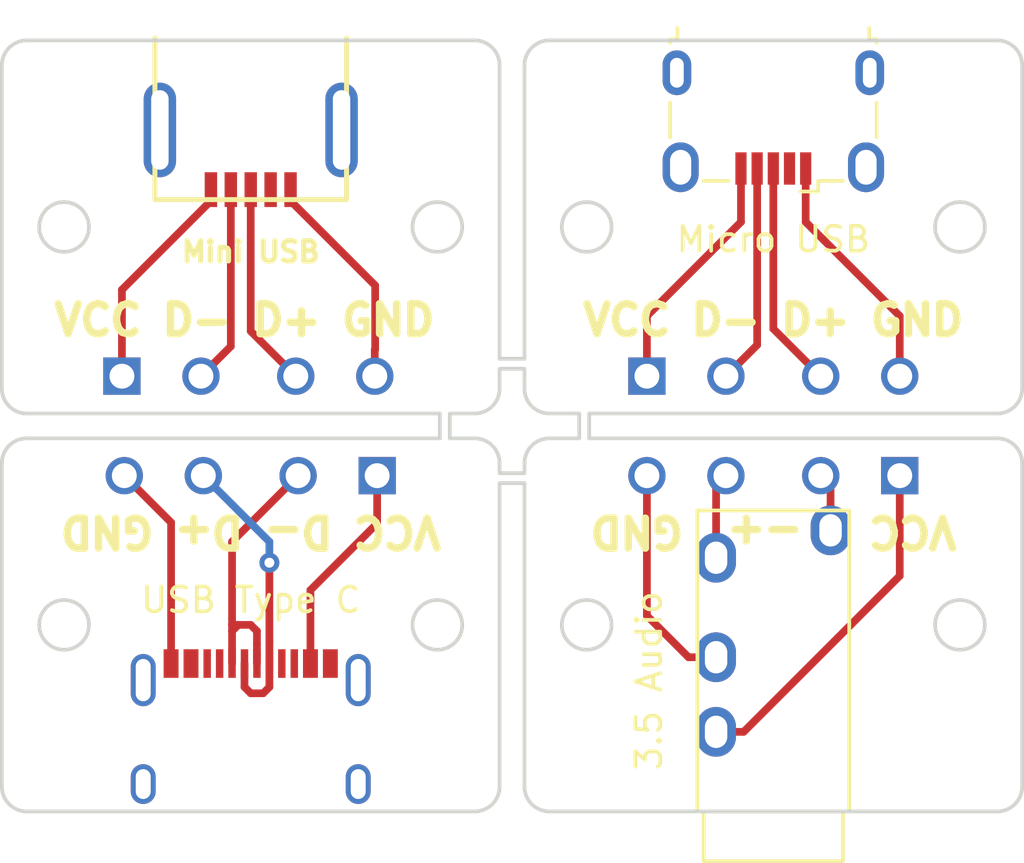
<source format=kicad_pcb>
(kicad_pcb (version 20171130) (host pcbnew "(5.0.2)-1")

  (general
    (thickness 1.6)
    (drawings 60)
    (tracks 59)
    (zones 0)
    (modules 8)
    (nets 1)
  )

  (page A4)
  (layers
    (0 F.Cu signal)
    (31 B.Cu signal)
    (32 B.Adhes user)
    (33 F.Adhes user)
    (34 B.Paste user)
    (35 F.Paste user)
    (36 B.SilkS user)
    (37 F.SilkS user)
    (38 B.Mask user)
    (39 F.Mask user)
    (40 Dwgs.User user)
    (41 Cmts.User user)
    (42 Eco1.User user)
    (43 Eco2.User user)
    (44 Edge.Cuts user)
    (45 Margin user)
    (46 B.CrtYd user)
    (47 F.CrtYd user)
    (48 B.Fab user)
    (49 F.Fab user)
  )

  (setup
    (last_trace_width 0.31)
    (trace_clearance 0.3)
    (zone_clearance 0.508)
    (zone_45_only no)
    (trace_min 0.2)
    (segment_width 0.2)
    (edge_width 0.15)
    (via_size 0.8)
    (via_drill 0.4)
    (via_min_size 0.4)
    (via_min_drill 0.3)
    (uvia_size 0.3)
    (uvia_drill 0.1)
    (uvias_allowed no)
    (uvia_min_size 0.2)
    (uvia_min_drill 0.1)
    (pcb_text_width 0.3)
    (pcb_text_size 1.5 1.5)
    (mod_edge_width 0.15)
    (mod_text_size 1 1)
    (mod_text_width 0.15)
    (pad_size 1.5 1.5)
    (pad_drill 1)
    (pad_to_mask_clearance 0.051)
    (solder_mask_min_width 0.25)
    (aux_axis_origin 0 0)
    (visible_elements 7FFFFFFF)
    (pcbplotparams
      (layerselection 0x010fc_ffffffff)
      (usegerberextensions false)
      (usegerberattributes false)
      (usegerberadvancedattributes false)
      (creategerberjobfile false)
      (excludeedgelayer true)
      (linewidth 0.100000)
      (plotframeref false)
      (viasonmask false)
      (mode 1)
      (useauxorigin false)
      (hpglpennumber 1)
      (hpglpenspeed 20)
      (hpglpendiameter 15.000000)
      (psnegative false)
      (psa4output false)
      (plotreference true)
      (plotvalue true)
      (plotinvisibletext false)
      (padsonsilk false)
      (subtractmaskfromsilk false)
      (outputformat 1)
      (mirror false)
      (drillshape 0)
      (scaleselection 1)
      (outputdirectory "Gerber/"))
  )

  (net 0 "")

  (net_class Default "This is the default net class."
    (clearance 0.3)
    (trace_width 0.31)
    (via_dia 0.8)
    (via_drill 0.4)
    (uvia_dia 0.3)
    (uvia_drill 0.1)
  )

  (module Wire_Pads:SolderWirePad_4xInline_0-8mmDrill (layer F.Cu) (tedit 5C7D2FEE) (tstamp 5C7D60E9)
    (at 24.905 28.5)
    (fp_text reference "" (at 0 -3.175) (layer F.SilkS) hide
      (effects (font (size 1 1) (thickness 0.15)))
    )
    (fp_text value "" (at -0.635 3.175) (layer F.Fab) hide
      (effects (font (size 1 1) (thickness 0.15)))
    )
    (pad 1 thru_hole circle (at 5.08 0) (size 1.5 1.5) (drill 1) (layers *.Cu *.Mask))
    (pad 1 thru_hole circle (at 1.905 0) (size 1.5 1.5) (drill 1) (layers *.Cu *.Mask))
    (pad 1 thru_hole circle (at -1.905 0) (size 1.5 1.5) (drill 1) (layers *.Cu *.Mask))
    (pad 1 thru_hole rect (at -5.08 0) (size 1.5 1.5) (drill 1) (layers *.Cu *.Mask))
  )

  (module Wire_Pads:SolderWirePad_4xInline_0-8mmDrill (layer F.Cu) (tedit 5C7D3033) (tstamp 5C7D673A)
    (at 46 28.5)
    (fp_text reference "" (at 0 -3.175) (layer F.SilkS) hide
      (effects (font (size 1 1) (thickness 0.15)))
    )
    (fp_text value "" (at -0.635 3.175) (layer F.Fab) hide
      (effects (font (size 1 1) (thickness 0.15)))
    )
    (pad 1 thru_hole circle (at 5.08 0) (size 1.5 1.5) (drill 1) (layers *.Cu *.Mask))
    (pad 1 thru_hole circle (at 1.905 0) (size 1.5 1.5) (drill 1) (layers *.Cu *.Mask))
    (pad 1 thru_hole circle (at -1.905 0) (size 1.5 1.5) (drill 1) (layers *.Cu *.Mask))
    (pad 1 thru_hole rect (at -5.08 0) (size 1.5 1.5) (drill 1) (layers *.Cu *.Mask))
  )

  (module Wire_Pads:SolderWirePad_4xInline_0-8mmDrill (layer F.Cu) (tedit 5C7D3002) (tstamp 5C7D60C6)
    (at 25 32.5 180)
    (fp_text reference "" (at 0 -3.175 180) (layer F.SilkS) hide
      (effects (font (size 1 1) (thickness 0.15)))
    )
    (fp_text value "" (at -0.635 3.175 180) (layer F.Fab) hide
      (effects (font (size 1 1) (thickness 0.15)))
    )
    (pad 1 thru_hole circle (at 5.08 0 180) (size 1.5 1.5) (drill 1) (layers *.Cu *.Mask))
    (pad 1 thru_hole circle (at 1.905 0 180) (size 1.5 1.5) (drill 1) (layers *.Cu *.Mask))
    (pad 1 thru_hole circle (at -1.905 0 180) (size 1.5 1.5) (drill 1) (layers *.Cu *.Mask))
    (pad 1 thru_hole rect (at -5.08 0 180) (size 1.5 1.5) (drill 1) (layers *.Cu *.Mask))
  )

  (module Connectors_USB:USB_Micro-B_Wuerth-629105150521 (layer F.Cu) (tedit 5C7D2C0A) (tstamp 5C7D38DF)
    (at 46 18.25 180)
    (descr "USB Micro-B receptacle, http://www.mouser.com/ds/2/445/629105150521-469306.pdf")
    (tags "usb micro receptacle")
    (attr smd)
    (fp_text reference "Micro USB" (at 0 -4.75 180) (layer F.SilkS)
      (effects (font (size 1 1) (thickness 0.15)))
    )
    (fp_text value "" (at 0 5.6 180) (layer F.Fab) hide
      (effects (font (size 1 1) (thickness 0.15)))
    )
    (fp_line (start -4 -2.25) (end -4 3.15) (layer F.Fab) (width 0.15))
    (fp_line (start -4 3.15) (end -3.7 3.15) (layer F.Fab) (width 0.15))
    (fp_line (start -3.7 3.15) (end -3.7 4.35) (layer F.Fab) (width 0.15))
    (fp_line (start -3.7 4.35) (end 3.7 4.35) (layer F.Fab) (width 0.15))
    (fp_line (start 3.7 4.35) (end 3.7 3.15) (layer F.Fab) (width 0.15))
    (fp_line (start 3.7 3.15) (end 4 3.15) (layer F.Fab) (width 0.15))
    (fp_line (start 4 3.15) (end 4 -2.25) (layer F.Fab) (width 0.15))
    (fp_line (start 4 -2.25) (end -4 -2.25) (layer F.Fab) (width 0.15))
    (fp_line (start -2.7 3.75) (end 2.7 3.75) (layer F.Fab) (width 0.15))
    (fp_line (start -1.075 -2.725) (end -1.3 -2.55) (layer F.Fab) (width 0.15))
    (fp_line (start -1.3 -2.55) (end -1.525 -2.725) (layer F.Fab) (width 0.15))
    (fp_line (start -1.525 -2.725) (end -1.525 -2.95) (layer F.Fab) (width 0.15))
    (fp_line (start -1.525 -2.95) (end -1.075 -2.95) (layer F.Fab) (width 0.15))
    (fp_line (start -1.075 -2.95) (end -1.075 -2.725) (layer F.Fab) (width 0.15))
    (fp_line (start -4.15 -0.65) (end -4.15 0.75) (layer F.SilkS) (width 0.15))
    (fp_line (start -4.15 3.15) (end -4.15 3.3) (layer F.SilkS) (width 0.15))
    (fp_line (start -4.15 3.3) (end -3.85 3.3) (layer F.SilkS) (width 0.15))
    (fp_line (start -3.85 3.3) (end -3.85 3.75) (layer F.SilkS) (width 0.15))
    (fp_line (start 3.85 3.75) (end 3.85 3.3) (layer F.SilkS) (width 0.15))
    (fp_line (start 3.85 3.3) (end 4.15 3.3) (layer F.SilkS) (width 0.15))
    (fp_line (start 4.15 3.3) (end 4.15 3.15) (layer F.SilkS) (width 0.15))
    (fp_line (start 4.15 0.75) (end 4.15 -0.65) (layer F.SilkS) (width 0.15))
    (fp_line (start -1.075 -2.825) (end -1.8 -2.825) (layer F.SilkS) (width 0.15))
    (fp_line (start -1.8 -2.825) (end -1.8 -2.4) (layer F.SilkS) (width 0.15))
    (fp_line (start -1.8 -2.4) (end -2.8 -2.4) (layer F.SilkS) (width 0.15))
    (fp_line (start 1.8 -2.4) (end 2.8 -2.4) (layer F.SilkS) (width 0.15))
    (fp_line (start -4.94 -3.34) (end -4.94 4.85) (layer F.CrtYd) (width 0.05))
    (fp_line (start -4.94 4.85) (end 4.95 4.85) (layer F.CrtYd) (width 0.05))
    (fp_line (start 4.95 4.85) (end 4.95 -3.34) (layer F.CrtYd) (width 0.05))
    (fp_line (start 4.95 -3.34) (end -4.94 -3.34) (layer F.CrtYd) (width 0.05))
    (fp_text user "" (at 0 1.05 180) (layer F.Fab) hide
      (effects (font (size 1 1) (thickness 0.15)))
    )
    (fp_text user "" (at 0 3.75) (layer Dwgs.User) hide
      (effects (font (size 0.5 0.5) (thickness 0.08)))
    )
    (pad 1 smd rect (at -1.3 -1.9 180) (size 0.45 1.3) (layers F.Cu F.Paste F.Mask))
    (pad 2 smd rect (at -0.65 -1.9 180) (size 0.45 1.3) (layers F.Cu F.Paste F.Mask))
    (pad 3 smd rect (at 0 -1.9 180) (size 0.45 1.3) (layers F.Cu F.Paste F.Mask))
    (pad 4 smd rect (at 0.65 -1.9 180) (size 0.45 1.3) (layers F.Cu F.Paste F.Mask))
    (pad 5 smd rect (at 1.3 -1.9 180) (size 0.45 1.3) (layers F.Cu F.Paste F.Mask))
    (pad 6 thru_hole oval (at -3.725 -1.85 180) (size 1.45 2) (drill oval 0.85 1.4) (layers *.Cu *.Mask))
    (pad 6 thru_hole oval (at 3.725 -1.85 180) (size 1.45 2) (drill oval 0.85 1.4) (layers *.Cu *.Mask))
    (pad 6 thru_hole oval (at -3.875 1.95 180) (size 1.15 1.8) (drill oval 0.55 1.2) (layers *.Cu *.Mask))
    (pad 6 thru_hole oval (at 3.875 1.95 180) (size 1.15 1.8) (drill oval 0.55 1.2) (layers *.Cu *.Mask))
    (pad "" np_thru_hole oval (at -2.5 -0.8 180) (size 0.8 0.8) (drill 0.8) (layers *.Cu *.Mask))
    (pad "" np_thru_hole oval (at 2.5 -0.8 180) (size 0.8 0.8) (drill 0.8) (layers *.Cu *.Mask))
    (model ${KISYS3DMOD}/Connectors_USB.3dshapes/USB_Micro-B_Wuerth-629105150521.wrl
      (at (xyz 0 0 0))
      (scale (xyz 1 1 1))
      (rotate (xyz 0 0 0))
    )
  )

  (module keyboard_parts:USB_miniB_hirose_5S8 (layer F.Cu) (tedit 5C7D2BFE) (tstamp 5C7D360E)
    (at 25 21 180)
    (descr "USB miniB hirose UX60SC-MB-5S8")
    (tags "USB miniB hirose through hole UX60SC-MB-5S8")
    (fp_text reference "Mini USB" (at 0 -2.5 180) (layer F.SilkS)
      (effects (font (size 0.8128 0.8128) (thickness 0.2032)))
    )
    (fp_text value "" (at 0 7.95 180) (layer Dwgs.User) hide
      (effects (font (size 1.524 1.524) (thickness 0.3048)))
    )
    (fp_line (start -3.85 6.6) (end 3.85 6.6) (layer Dwgs.User) (width 0.2))
    (fp_text user "" (at -0.05 5.35 180) (layer Dwgs.User) hide
      (effects (font (size 0.5 0.5) (thickness 0.125)))
    )
    (fp_line (start 3.85 6.6) (end 3.85 5.7) (layer Dwgs.User) (width 0.2))
    (fp_line (start -3.85 6.6) (end -3.85 5.7) (layer Dwgs.User) (width 0.2))
    (fp_line (start -1 6.1) (end 1 6.1) (layer Dwgs.User) (width 0.2))
    (fp_line (start -3.85 -0.4) (end 3.85 -0.4) (layer F.SilkS) (width 0.2))
    (fp_line (start -3.85 -0.4) (end -3.85 6.1) (layer F.SilkS) (width 0.2))
    (fp_line (start 3.85 -0.4) (end 3.85 6.1) (layer F.SilkS) (width 0.2))
    (pad 6 thru_hole oval (at 3.65 2.4 180) (size 1.3 3.8) (drill oval 0.7 3.2) (layers *.Cu *.Mask F.Paste))
    (pad 6 thru_hole oval (at -3.65 2.4 180) (size 1.3 3.8) (drill oval 0.7 3.2) (layers *.Cu *.Mask F.Paste))
    (pad 5 smd rect (at 1.6 0 180) (size 0.5 1.4) (layers F.Cu F.Paste F.Mask))
    (pad 4 smd rect (at 0.8 0 180) (size 0.5 1.4) (layers F.Cu F.Paste F.Mask))
    (pad 3 smd rect (at 0 0 180) (size 0.5 1.4) (layers F.Cu F.Paste F.Mask))
    (pad 2 smd rect (at -0.8 0 180) (size 0.5 1.4) (layers F.Cu F.Paste F.Mask))
    (pad 1 smd rect (at -1.6 0 180) (size 0.5 1.4) (layers F.Cu F.Paste F.Mask))
  )

  (module conn_usb:USB_TypeC_U31F-24SNA0201 (layer F.Cu) (tedit 5C7D2C13) (tstamp 5C7D429B)
    (at 25 47.5)
    (descr http://www.dory-tech.com/UploadFiles/2017/0/2017080810353867631.pdf)
    (fp_text reference "" (at 0 -4) (layer F.SilkS) hide
      (effects (font (size 1 1) (thickness 0.15)))
    )
    (fp_text value "USB Type C" (at 0 -10) (layer F.SilkS)
      (effects (font (size 1 1) (thickness 0.15)))
    )
    (fp_line (start 4.47 -7.35) (end -4.47 -7.35) (layer F.Fab) (width 0.1))
    (fp_line (start -4.47 -7.35) (end -4.47 0) (layer F.Fab) (width 0.1))
    (fp_line (start -4.47 0) (end 4.47 0) (layer F.Fab) (width 0.1))
    (fp_line (start 4.47 0) (end 4.47 -7.35) (layer F.Fab) (width 0.1))
    (fp_line (start -4.9 -1.45) (end 4.9 -1.45) (layer F.CrtYd) (width 0.1))
    (pad A6 smd rect (at -0.25 -7.445) (size 0.3 1.15) (layers F.Cu F.Paste F.Mask))
    (pad B1 smd rect (at 3.2 -7.445) (size 0.6 1.15) (layers F.Cu F.Paste F.Mask))
    (pad B4 smd rect (at 2.4 -7.445) (size 0.6 1.15) (layers F.Cu F.Paste F.Mask))
    (pad A4 smd rect (at -2.4 -7.445) (size 0.6 1.15) (layers F.Cu F.Paste F.Mask))
    (pad S1 thru_hole oval (at -4.32 -6.78) (size 1 2.1) (drill oval 0.6 1.7) (layers *.Cu *.Mask))
    (pad "" np_thru_hole circle (at -2.89 -6.28) (size 0.65 0.65) (drill 0.65) (layers *.Cu *.Mask)
      (zone_connect 0))
    (pad S1 thru_hole oval (at 4.32 -6.78) (size 1 2.1) (drill oval 0.6 1.7) (layers *.Cu *.Mask))
    (pad S1 thru_hole oval (at -4.32 -2.6) (size 1 1.6) (drill oval 0.6 1.2) (layers *.Cu *.Mask))
    (pad S1 thru_hole oval (at 4.32 -2.6) (size 1 1.6) (drill oval 0.6 1.2) (layers *.Cu *.Mask))
    (pad A1 smd rect (at -3.2 -7.445) (size 0.6 1.15) (layers F.Cu F.Paste F.Mask))
    (pad "" np_thru_hole circle (at 2.89 -6.28) (size 0.65 0.65) (drill 0.65) (layers *.Cu *.Mask)
      (zone_connect 0))
    (pad A7 smd rect (at 0.25 -7.445) (size 0.3 1.15) (layers F.Cu F.Paste F.Mask))
    (pad B6 smd rect (at 0.75 -7.445) (size 0.3 1.15) (layers F.Cu F.Paste F.Mask))
    (pad A8 smd rect (at 1.25 -7.445) (size 0.3 1.15) (layers F.Cu F.Paste F.Mask))
    (pad B5 smd rect (at 1.75 -7.445) (size 0.3 1.15) (layers F.Cu F.Paste F.Mask))
    (pad B7 smd rect (at -0.75 -7.445) (size 0.3 1.15) (layers F.Cu F.Paste F.Mask))
    (pad A5 smd rect (at -1.25 -7.445) (size 0.3 1.15) (layers F.Cu F.Paste F.Mask))
    (pad B8 smd rect (at -1.75 -7.445) (size 0.3 1.15) (layers F.Cu F.Paste F.Mask))
  )

  (module Keebio-Parts:TRRS-PJ-320A-no-Fmask (layer F.Cu) (tedit 5C7D2C0D) (tstamp 5C7D5A36)
    (at 46 46 180)
    (fp_text reference "" (at 0 5 180) (layer Dwgs.User) hide
      (effects (font (size 1 1) (thickness 0.15)))
    )
    (fp_text value "3.5 Audio" (at 5 5.25 270) (layer F.SilkS)
      (effects (font (size 1 1) (thickness 0.15)))
    )
    (fp_line (start 3.05 0) (end -3.05 0) (layer F.SilkS) (width 0.15))
    (fp_line (start 3.05 12.1) (end -3.05 12.1) (layer F.SilkS) (width 0.15))
    (fp_line (start 3.05 0) (end 3.05 12.1) (layer F.SilkS) (width 0.15))
    (fp_line (start -3.05 0) (end -3.05 12.1) (layer F.SilkS) (width 0.15))
    (fp_line (start 2.8 0) (end 2.8 -2) (layer F.SilkS) (width 0.15))
    (fp_line (start -2.8 0) (end -2.8 -2) (layer F.SilkS) (width 0.15))
    (fp_line (start 2.8 -2) (end -2.8 -2) (layer F.SilkS) (width 0.15))
    (pad 3 thru_hole oval (at 2.3 6.2 180) (size 1.6 2) (drill oval 0.9 1.3) (layers *.Cu B.Mask))
    (pad "" np_thru_hole circle (at 0 1.6 180) (size 0.8 0.8) (drill 0.8) (layers *.Cu *.Mask))
    (pad "" np_thru_hole circle (at 0 8.6 180) (size 0.8 0.8) (drill 0.8) (layers *.Cu *.Mask))
    (pad 4 thru_hole oval (at 2.3 3.2 180) (size 1.6 2) (drill oval 0.9 1.3) (layers *.Cu B.Mask))
    (pad 2 thru_hole oval (at 2.3 10.2 180) (size 1.6 2) (drill oval 0.9 1.3) (layers *.Cu B.Mask))
    (pad 1 thru_hole oval (at -2.3 11.3 180) (size 1.6 2) (drill oval 0.9 1.3) (layers *.Cu B.Mask))
  )

  (module Wire_Pads:SolderWirePad_4xInline_0-8mmDrill (layer F.Cu) (tedit 5C7D301F) (tstamp 5C7D6082)
    (at 46 32.5 180)
    (fp_text reference "" (at 0 -3.175 180) (layer F.SilkS) hide
      (effects (font (size 1 1) (thickness 0.15)))
    )
    (fp_text value "" (at -0.635 3.175 180) (layer F.Fab) hide
      (effects (font (size 1 1) (thickness 0.15)))
    )
    (pad 1 thru_hole rect (at -5.08 0 180) (size 1.5 1.5) (drill 1) (layers *.Cu *.Mask))
    (pad 1 thru_hole circle (at -1.905 0 180) (size 1.5 1.5) (drill 1) (layers *.Cu *.Mask))
    (pad 1 thru_hole circle (at 1.905 0 180) (size 1.5 1.5) (drill 1) (layers *.Cu *.Mask))
    (pad 1 thru_hole circle (at 5.08 0 180) (size 1.5 1.5) (drill 1) (layers *.Cu *.Mask))
  )

  (gr_line (start 36 45) (end 36 32.8) (layer Edge.Cuts) (width 0.15))
  (gr_line (start 35 32.8) (end 35 45) (layer Edge.Cuts) (width 0.15))
  (gr_line (start 55 30) (end 38.6 30) (layer Edge.Cuts) (width 0.15))
  (gr_line (start 38.6 31) (end 55 31) (layer Edge.Cuts) (width 0.15))
  (gr_line (start 37 30) (end 38.2 30) (layer Edge.Cuts) (width 0.15))
  (gr_line (start 37 31) (end 38.2 31) (layer Edge.Cuts) (width 0.15))
  (gr_line (start 36 32) (end 36 32.4) (layer Edge.Cuts) (width 0.15))
  (gr_line (start 35 32.4) (end 35 32) (layer Edge.Cuts) (width 0.15))
  (gr_line (start 35 27.8) (end 35 16) (layer Edge.Cuts) (width 0.15))
  (gr_line (start 35 29) (end 35 28.2) (layer Edge.Cuts) (width 0.15))
  (gr_line (start 36 29) (end 36 28.2) (layer Edge.Cuts) (width 0.15))
  (gr_line (start 36 16) (end 36 27.8) (layer Edge.Cuts) (width 0.15))
  (gr_line (start 38.6 31) (end 38.6 30) (layer Edge.Cuts) (width 0.15))
  (gr_line (start 38.2 30) (end 38.2 31) (layer Edge.Cuts) (width 0.15))
  (gr_line (start 35 27.8) (end 36 27.8) (layer Edge.Cuts) (width 0.15))
  (gr_line (start 35 28.2) (end 36 28.2) (layer Edge.Cuts) (width 0.15))
  (gr_line (start 35 32.8) (end 36 32.8) (layer Edge.Cuts) (width 0.15))
  (gr_line (start 35 32.4) (end 36 32.4) (layer Edge.Cuts) (width 0.15))
  (gr_line (start 32.6 30) (end 16 30) (layer Edge.Cuts) (width 0.15))
  (gr_line (start 34 30) (end 33 30) (layer Edge.Cuts) (width 0.15))
  (gr_line (start 32.6 30) (end 32.6 31) (layer Edge.Cuts) (width 0.15))
  (gr_line (start 32.6 31) (end 16 31) (layer Edge.Cuts) (width 0.15))
  (gr_line (start 34 31) (end 33 31) (layer Edge.Cuts) (width 0.15))
  (gr_line (start 33 30) (end 33 31) (layer Edge.Cuts) (width 0.15))
  (gr_line (start 55 46) (end 37 46) (layer Edge.Cuts) (width 0.15))
  (gr_line (start 56 32) (end 56 45) (layer Edge.Cuts) (width 0.15))
  (gr_line (start 56 16) (end 56 29) (layer Edge.Cuts) (width 0.15))
  (gr_line (start 37 15) (end 55 15) (layer Edge.Cuts) (width 0.15))
  (gr_line (start 16 46) (end 34 46) (layer Edge.Cuts) (width 0.15))
  (gr_line (start 15 32) (end 15 45) (layer Edge.Cuts) (width 0.15))
  (gr_line (start 15 16) (end 15 29) (layer Edge.Cuts) (width 0.15))
  (gr_line (start 16 15) (end 34 15) (layer Edge.Cuts) (width 0.15))
  (gr_arc (start 55 29) (end 55 30) (angle -90) (layer Edge.Cuts) (width 0.15))
  (gr_arc (start 55 32) (end 56 32) (angle -90) (layer Edge.Cuts) (width 0.15))
  (gr_arc (start 55 45) (end 55 46) (angle -90) (layer Edge.Cuts) (width 0.15))
  (gr_arc (start 37 45) (end 36 45) (angle -90) (layer Edge.Cuts) (width 0.15))
  (gr_arc (start 37 32) (end 37 31) (angle -90) (layer Edge.Cuts) (width 0.15))
  (gr_arc (start 37 29) (end 36 29) (angle -90) (layer Edge.Cuts) (width 0.15))
  (gr_arc (start 34 29) (end 34 30) (angle -90) (layer Edge.Cuts) (width 0.15))
  (gr_arc (start 34 32) (end 35 32) (angle -90) (layer Edge.Cuts) (width 0.15))
  (gr_arc (start 34 45) (end 34 46) (angle -90) (layer Edge.Cuts) (width 0.15))
  (gr_arc (start 16 45) (end 15 45) (angle -90) (layer Edge.Cuts) (width 0.15))
  (gr_arc (start 16 32) (end 16 31) (angle -90) (layer Edge.Cuts) (width 0.15))
  (gr_arc (start 16 29) (end 15 29) (angle -90) (layer Edge.Cuts) (width 0.15))
  (gr_arc (start 55 16) (end 56 16) (angle -90) (layer Edge.Cuts) (width 0.15))
  (gr_arc (start 37 16) (end 37 15) (angle -90) (layer Edge.Cuts) (width 0.15))
  (gr_arc (start 34 16) (end 35 16) (angle -90) (layer Edge.Cuts) (width 0.15))
  (gr_arc (start 16 16) (end 16 15) (angle -90) (layer Edge.Cuts) (width 0.15))
  (gr_text "VCC   -+  GND" (at 46 34.75 180) (layer F.SilkS) (tstamp 5C7D63A0)
    (effects (font (size 1.2 1.2) (thickness 0.3)))
  )
  (gr_text "VCC D- D+ GND" (at 25 34.75 180) (layer F.SilkS) (tstamp 5C7D639C)
    (effects (font (size 1.2 1.2) (thickness 0.3)))
  )
  (gr_text "VCC D- D+ GND" (at 46 26.25) (layer F.SilkS) (tstamp 5C7D6731)
    (effects (font (size 1.2 1.2) (thickness 0.3)))
  )
  (gr_text "VCC D- D+ GND" (at 24.75 26.25) (layer F.SilkS)
    (effects (font (size 1.2 1.2) (thickness 0.3)))
  )
  (gr_circle (center 38.5 38.5) (end 39.5 38.5) (layer Edge.Cuts) (width 0.15) (tstamp 5C7D1A64))
  (gr_circle (center 53.5 38.5) (end 54.5 38.5) (layer Edge.Cuts) (width 0.15) (tstamp 5C7D1A63))
  (gr_circle (center 17.5 38.5) (end 18.5 38.5) (layer Edge.Cuts) (width 0.15) (tstamp 5C7D1A64))
  (gr_circle (center 32.5 38.5) (end 33.5 38.5) (layer Edge.Cuts) (width 0.15) (tstamp 5C7D1A63))
  (gr_circle (center 38.5 22.5) (end 39.5 22.5) (layer Edge.Cuts) (width 0.15) (tstamp 5C7D67D6))
  (gr_circle (center 53.5 22.5) (end 54.5 22.5) (layer Edge.Cuts) (width 0.15) (tstamp 5C7D67D9))
  (gr_circle (center 17.5 22.5) (end 18.5 22.5) (layer Edge.Cuts) (width 0.15))
  (gr_circle (center 32.5 22.5) (end 33.5 22.5) (layer Edge.Cuts) (width 0.15))

  (segment (start 44.7 20.65) (end 44.7 22.3) (width 0.31) (layer F.Cu) (net 0) (tstamp 5C7D671F))
  (segment (start 40.92 26.08) (end 40.92 28.5) (width 0.31) (layer F.Cu) (net 0) (tstamp 5C7D671C))
  (segment (start 44.7 22.3) (end 40.92 26.08) (width 0.31) (layer F.Cu) (net 0) (tstamp 5C7D6719))
  (segment (start 47.3 22.3) (end 47.3 20.65) (width 0.31) (layer F.Cu) (net 0) (tstamp 5C7D6713))
  (segment (start 51.08 26.08) (end 47.3 22.3) (width 0.31) (layer F.Cu) (net 0) (tstamp 5C7D672B))
  (segment (start 51.08 28.5) (end 51.08 26.08) (width 0.31) (layer F.Cu) (net 0) (tstamp 5C7D6722))
  (segment (start 45.35 27.245) (end 45.35 20.65) (width 0.31) (layer F.Cu) (net 0) (tstamp 5C7D672E))
  (segment (start 44.095 28.5) (end 45.35 27.245) (width 0.31) (layer F.Cu) (net 0) (tstamp 5C7D6728))
  (segment (start 46 26.595) (end 46 20.65) (width 0.31) (layer F.Cu) (net 0) (tstamp 5C7D6716))
  (segment (start 47.905 28.5) (end 46 26.595) (width 0.31) (layer F.Cu) (net 0) (tstamp 5C7D6725))
  (segment (start 19.825 25.025) (end 19.825 28.5) (width 0.31) (layer F.Cu) (net 0))
  (segment (start 23.4 21) (end 23.4 21.45) (width 0.31) (layer F.Cu) (net 0))
  (segment (start 23.4 21.45) (end 19.825 25.025) (width 0.31) (layer F.Cu) (net 0))
  (segment (start 26.6 21.45) (end 30 24.85) (width 0.31) (layer F.Cu) (net 0))
  (segment (start 26.6 21) (end 26.6 21.45) (width 0.31) (layer F.Cu) (net 0))
  (segment (start 30 27.42434) (end 30 24.85) (width 0.31) (layer F.Cu) (net 0))
  (segment (start 29.985 27.43934) (end 30 27.42434) (width 0.31) (layer F.Cu) (net 0))
  (segment (start 29.985 28.5) (end 29.985 27.43934) (width 0.31) (layer F.Cu) (net 0))
  (segment (start 24.2 27.3) (end 23 28.5) (width 0.31) (layer F.Cu) (net 0))
  (segment (start 24.2 21) (end 24.2 27.3) (width 0.31) (layer F.Cu) (net 0))
  (segment (start 25 26.69) (end 26.81 28.5) (width 0.31) (layer F.Cu) (net 0))
  (segment (start 25 21) (end 25 26.69) (width 0.31) (layer F.Cu) (net 0))
  (segment (start 21.8 34.38) (end 19.92 32.5) (width 0.31) (layer F.Cu) (net 0))
  (segment (start 21.8 40.055) (end 21.8 34.38) (width 0.31) (layer F.Cu) (net 0))
  (segment (start 27.4 40.055) (end 27.4 37.1) (width 0.31) (layer F.Cu) (net 0))
  (segment (start 30.08 34.42) (end 30.08 32.5) (width 0.31) (layer F.Cu) (net 0))
  (segment (start 27.4 37.1) (end 30.08 34.42) (width 0.31) (layer F.Cu) (net 0))
  (segment (start 24.75 40.055) (end 24.75 41) (width 0.31) (layer F.Cu) (net 0))
  (segment (start 24.75 41) (end 25 41.25) (width 0.31) (layer F.Cu) (net 0))
  (segment (start 25 41.25) (end 25.5 41.25) (width 0.31) (layer F.Cu) (net 0))
  (segment (start 25.5 41.25) (end 25.75 41) (width 0.31) (layer F.Cu) (net 0))
  (segment (start 25.75 41) (end 25.75 40.055) (width 0.31) (layer F.Cu) (net 0))
  (segment (start 24.25 35.155) (end 26.905 32.5) (width 0.31) (layer F.Cu) (net 0))
  (segment (start 24.25 38.25) (end 24.25 35.155) (width 0.31) (layer F.Cu) (net 0))
  (segment (start 24.25 38.5) (end 24.25 38.25) (width 0.31) (layer F.Cu) (net 0))
  (segment (start 25.25 39.25) (end 25.25 40.055) (width 0.31) (layer F.Cu) (net 0))
  (segment (start 25.25 38.75) (end 25.25 39.25) (width 0.31) (layer F.Cu) (net 0))
  (segment (start 25 38.5) (end 25.25 38.75) (width 0.31) (layer F.Cu) (net 0))
  (segment (start 24.5 38.5) (end 24.25 38.75) (width 0.31) (layer F.Cu) (net 0))
  (segment (start 24.25 38.75) (end 24.25 38.5) (width 0.31) (layer F.Cu) (net 0))
  (segment (start 24.25 40.055) (end 24.25 38.75) (width 0.31) (layer F.Cu) (net 0))
  (segment (start 24.5 38.5) (end 25 38.5) (width 0.31) (layer F.Cu) (net 0))
  (segment (start 24.25 38.5) (end 24.5 38.5) (width 0.31) (layer F.Cu) (net 0))
  (segment (start 25.75 40.055) (end 25.75 39.17) (width 0.31) (layer F.Cu) (net 0))
  (via (at 25.75 36) (size 0.8) (drill 0.4) (layers F.Cu B.Cu) (net 0))
  (segment (start 25.75 39.17) (end 25.75 36) (width 0.31) (layer F.Cu) (net 0))
  (segment (start 25.75 35.155) (end 23.095 32.5) (width 0.31) (layer B.Cu) (net 0))
  (segment (start 25.75 36) (end 25.75 35.155) (width 0.31) (layer B.Cu) (net 0))
  (segment (start 51.08 33.56) (end 51.08 32.5) (width 0.31) (layer F.Cu) (net 0))
  (segment (start 51.08 36.53) (end 51.08 33.56) (width 0.31) (layer F.Cu) (net 0))
  (segment (start 44.81 42.8) (end 51.08 36.53) (width 0.31) (layer F.Cu) (net 0))
  (segment (start 43.7 42.8) (end 44.81 42.8) (width 0.31) (layer F.Cu) (net 0))
  (segment (start 48.3 32.895) (end 47.905 32.5) (width 0.31) (layer F.Cu) (net 0))
  (segment (start 48.3 34.7) (end 48.3 32.895) (width 0.31) (layer F.Cu) (net 0))
  (segment (start 43.7 32.895) (end 44.095 32.5) (width 0.31) (layer F.Cu) (net 0))
  (segment (start 43.7 35.8) (end 43.7 32.895) (width 0.31) (layer F.Cu) (net 0))
  (segment (start 42.59 39.8) (end 43.7 39.8) (width 0.31) (layer F.Cu) (net 0))
  (segment (start 40.92 38.13) (end 42.59 39.8) (width 0.31) (layer F.Cu) (net 0))
  (segment (start 40.92 32.5) (end 40.92 38.13) (width 0.31) (layer F.Cu) (net 0))

)

</source>
